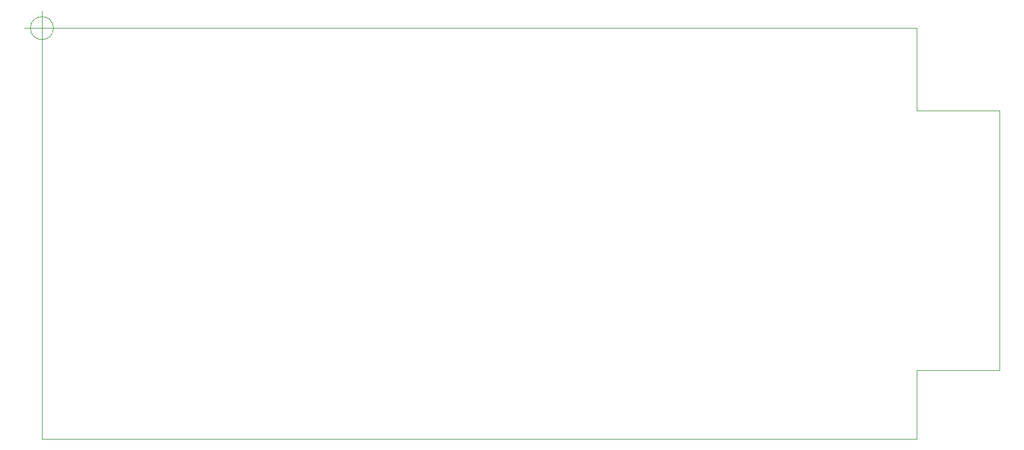
<source format=gbr>
G04 #@! TF.GenerationSoftware,KiCad,Pcbnew,(5.1.4-0)*
G04 #@! TF.CreationDate,2021-02-17T16:17:59+01:00*
G04 #@! TF.ProjectId,DBU_HW,4442555f-4857-42e6-9b69-6361645f7063,A*
G04 #@! TF.SameCoordinates,PX4c4b400PYa037a00*
G04 #@! TF.FileFunction,Profile,NP*
%FSLAX46Y46*%
G04 Gerber Fmt 4.6, Leading zero omitted, Abs format (unit mm)*
G04 Created by KiCad (PCBNEW (5.1.4-0)) date 2021-02-17 16:17:59*
%MOMM*%
%LPD*%
G04 APERTURE LIST*
%ADD10C,0.100000*%
G04 APERTURE END LIST*
D10*
X127000000Y38260000D02*
X139000000Y38260000D01*
X127000000Y28260000D02*
X127000000Y38260000D01*
X127000000Y76010000D02*
X139000000Y76010000D01*
X139000000Y76010000D02*
X139000000Y38260000D01*
X1666666Y88010000D02*
G75*
G03X1666666Y88010000I-1666666J0D01*
G01*
X-2500000Y88010000D02*
X2500000Y88010000D01*
X0Y90510000D02*
X0Y85510000D01*
X0Y28260000D02*
X0Y88000000D01*
X0Y28260000D02*
X127000000Y28260000D01*
X127000000Y88000000D02*
X127000000Y76010000D01*
X0Y88000000D02*
X127000000Y88000000D01*
M02*

</source>
